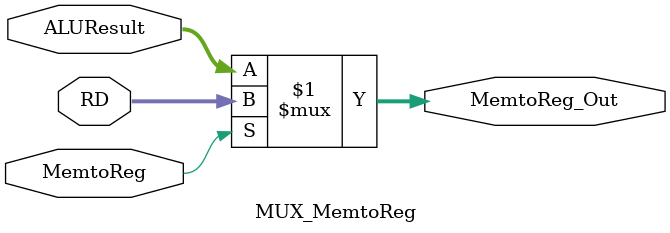
<source format=sv>
module MUX_MemtoReg(
input logic MemtoReg,
input logic [31:0] ALUResult,
input logic [31:0] RD,
output logic [31:0] MemtoReg_Out
);

assign MemtoReg_Out = MemtoReg ? RD : ALUResult; 

endmodule 
</source>
